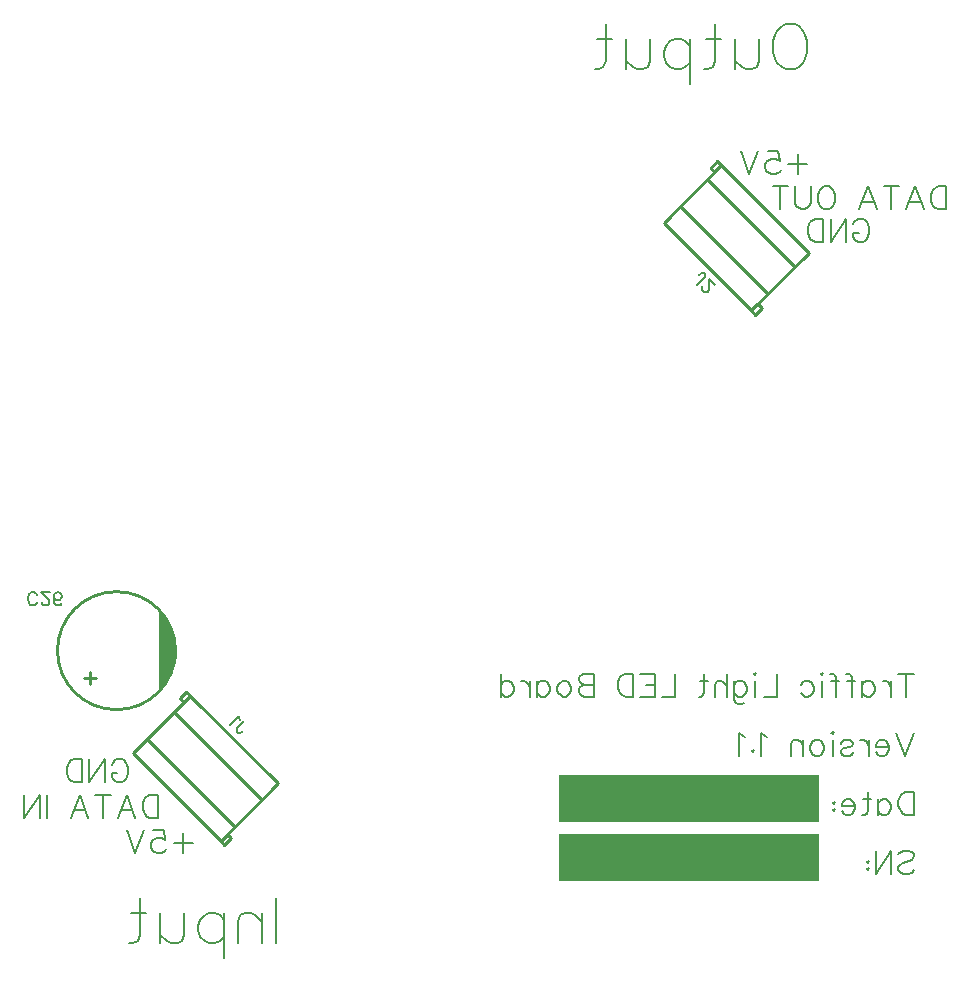
<source format=gbo>
G04 Layer: BottomSilkLayer*
G04 EasyEDA v6.4.25, 2022-01-30T22:18:30+11:00*
G04 a67cddfb3fce44daa9051d46cbbcc19f,10*
G04 Gerber Generator version 0.2*
G04 Scale: 100 percent, Rotated: No, Reflected: No *
G04 Dimensions in millimeters *
G04 leading zeros omitted , absolute positions ,4 integer and 5 decimal *
%FSLAX45Y45*%
%MOMM*%

%ADD10C,0.2540*%
%ADD19C,0.1524*%
%ADD20C,0.2032*%

%LPD*%
D20*
X1211455Y2033864D02*
G01*
X1220690Y2052337D01*
X1239164Y2070811D01*
X1257635Y2080046D01*
X1294582Y2080046D01*
X1313055Y2070811D01*
X1331526Y2052337D01*
X1340764Y2033864D01*
X1349999Y2006155D01*
X1349999Y1959975D01*
X1340764Y1932264D01*
X1331526Y1913793D01*
X1313055Y1895320D01*
X1294582Y1886084D01*
X1257635Y1886084D01*
X1239164Y1895320D01*
X1220690Y1913793D01*
X1211455Y1932264D01*
X1211455Y1959975D01*
X1257635Y1959975D02*
G01*
X1211455Y1959975D01*
X1150495Y2080046D02*
G01*
X1150495Y1886084D01*
X1150495Y2080046D02*
G01*
X1021184Y1886084D01*
X1021184Y2080046D02*
G01*
X1021184Y1886084D01*
X960224Y2080046D02*
G01*
X960224Y1886084D01*
X960224Y2080046D02*
G01*
X895570Y2080046D01*
X867862Y2070811D01*
X849388Y2052337D01*
X840153Y2033864D01*
X830915Y2006155D01*
X830915Y1959975D01*
X840153Y1932264D01*
X849388Y1913793D01*
X867862Y1895320D01*
X895570Y1886084D01*
X960224Y1886084D01*
X1599999Y1780047D02*
G01*
X1599999Y1586085D01*
X1599999Y1780047D02*
G01*
X1535343Y1780047D01*
X1507634Y1770811D01*
X1489163Y1752338D01*
X1479925Y1733864D01*
X1470690Y1706156D01*
X1470690Y1659976D01*
X1479925Y1632264D01*
X1489163Y1613794D01*
X1507634Y1595320D01*
X1535343Y1586085D01*
X1599999Y1586085D01*
X1335839Y1780047D02*
G01*
X1409730Y1586085D01*
X1335839Y1780047D02*
G01*
X1261948Y1586085D01*
X1382021Y1650738D02*
G01*
X1289657Y1650738D01*
X1136335Y1780047D02*
G01*
X1136335Y1586085D01*
X1200988Y1780047D02*
G01*
X1071679Y1780047D01*
X936828Y1780047D02*
G01*
X1010719Y1586085D01*
X936828Y1780047D02*
G01*
X862937Y1586085D01*
X983010Y1650738D02*
G01*
X890645Y1650738D01*
X659737Y1780047D02*
G01*
X659737Y1586085D01*
X598777Y1780047D02*
G01*
X598777Y1586085D01*
X598777Y1780047D02*
G01*
X469468Y1586085D01*
X469468Y1780047D02*
G01*
X469468Y1586085D01*
X1816874Y1452338D02*
G01*
X1816874Y1286085D01*
X1900001Y1369212D02*
G01*
X1733745Y1369212D01*
X1561950Y1480047D02*
G01*
X1654314Y1480047D01*
X1663550Y1396921D01*
X1654314Y1406156D01*
X1626605Y1415394D01*
X1598896Y1415394D01*
X1571185Y1406156D01*
X1552714Y1387685D01*
X1543476Y1359976D01*
X1543476Y1341503D01*
X1552714Y1313794D01*
X1571185Y1295321D01*
X1598896Y1286085D01*
X1626605Y1286085D01*
X1654314Y1295321D01*
X1663550Y1304556D01*
X1672785Y1323030D01*
X1482516Y1480047D02*
G01*
X1408625Y1286085D01*
X1334736Y1480047D02*
G01*
X1408625Y1286085D01*
X2600012Y903648D02*
G01*
X2600012Y521830D01*
X2480012Y776376D02*
G01*
X2480012Y521830D01*
X2480012Y703648D02*
G01*
X2425466Y758192D01*
X2389103Y776376D01*
X2334557Y776376D01*
X2298194Y758192D01*
X2280013Y703648D01*
X2280013Y521830D01*
X2160013Y776376D02*
G01*
X2160013Y394555D01*
X2160013Y721829D02*
G01*
X2123648Y758192D01*
X2087285Y776376D01*
X2032739Y776376D01*
X1996376Y758192D01*
X1960011Y721829D01*
X1941829Y667283D01*
X1941829Y630920D01*
X1960011Y576374D01*
X1996376Y540011D01*
X2032739Y521830D01*
X2087285Y521830D01*
X2123648Y540011D01*
X2160013Y576374D01*
X1821830Y776376D02*
G01*
X1821830Y594558D01*
X1803648Y540011D01*
X1767286Y521830D01*
X1712739Y521830D01*
X1676377Y540011D01*
X1621830Y594558D01*
X1621830Y776376D02*
G01*
X1621830Y521830D01*
X1447284Y903648D02*
G01*
X1447284Y594558D01*
X1429103Y540011D01*
X1392740Y521830D01*
X1356375Y521830D01*
X1501830Y776376D02*
G01*
X1374559Y776376D01*
X6990920Y8303638D02*
G01*
X7027283Y8285457D01*
X7063648Y8249091D01*
X7081829Y8212729D01*
X7100011Y8158182D01*
X7100011Y8067273D01*
X7081829Y8012729D01*
X7063648Y7976364D01*
X7027283Y7940001D01*
X6990920Y7921820D01*
X6918192Y7921820D01*
X6881830Y7940001D01*
X6845465Y7976364D01*
X6827283Y8012729D01*
X6809102Y8067273D01*
X6809102Y8158182D01*
X6827283Y8212729D01*
X6845465Y8249091D01*
X6881830Y8285457D01*
X6918192Y8303638D01*
X6990920Y8303638D01*
X6689102Y8176366D02*
G01*
X6689102Y7994548D01*
X6670921Y7940001D01*
X6634556Y7921820D01*
X6580012Y7921820D01*
X6543647Y7940001D01*
X6489103Y7994548D01*
X6489103Y8176366D02*
G01*
X6489103Y7921820D01*
X6314556Y8303638D02*
G01*
X6314556Y7994548D01*
X6296375Y7940001D01*
X6260010Y7921820D01*
X6223647Y7921820D01*
X6369103Y8176366D02*
G01*
X6241829Y8176366D01*
X6103647Y8176366D02*
G01*
X6103647Y7794546D01*
X6103647Y8121820D02*
G01*
X6067282Y8158182D01*
X6030920Y8176366D01*
X5976373Y8176366D01*
X5940010Y8158182D01*
X5903648Y8121820D01*
X5885464Y8067273D01*
X5885464Y8030911D01*
X5903648Y7976364D01*
X5940010Y7940001D01*
X5976373Y7921820D01*
X6030920Y7921820D01*
X6067282Y7940001D01*
X6103647Y7976364D01*
X5765464Y8176366D02*
G01*
X5765464Y7994548D01*
X5747283Y7940001D01*
X5710920Y7921820D01*
X5656374Y7921820D01*
X5620011Y7940001D01*
X5565465Y7994548D01*
X5565465Y8176366D02*
G01*
X5565465Y7921820D01*
X5390921Y8303638D02*
G01*
X5390921Y7994548D01*
X5372737Y7940001D01*
X5336374Y7921820D01*
X5300012Y7921820D01*
X5445465Y8176366D02*
G01*
X5318193Y8176366D01*
X7486456Y6608864D02*
G01*
X7495692Y6627337D01*
X7514165Y6645810D01*
X7532636Y6655046D01*
X7569583Y6655046D01*
X7588056Y6645810D01*
X7606527Y6627337D01*
X7615765Y6608864D01*
X7625001Y6581155D01*
X7625001Y6534975D01*
X7615765Y6507264D01*
X7606527Y6488793D01*
X7588056Y6470319D01*
X7569583Y6461084D01*
X7532636Y6461084D01*
X7514165Y6470319D01*
X7495692Y6488793D01*
X7486456Y6507264D01*
X7486456Y6534975D01*
X7532636Y6534975D02*
G01*
X7486456Y6534975D01*
X7425496Y6655046D02*
G01*
X7425496Y6461084D01*
X7425496Y6655046D02*
G01*
X7296185Y6461084D01*
X7296185Y6655046D02*
G01*
X7296185Y6461084D01*
X7235225Y6655046D02*
G01*
X7235225Y6461084D01*
X7235225Y6655046D02*
G01*
X7170572Y6655046D01*
X7142863Y6645810D01*
X7124390Y6627337D01*
X7115154Y6608864D01*
X7105916Y6581155D01*
X7105916Y6534975D01*
X7115154Y6507264D01*
X7124390Y6488793D01*
X7142863Y6470319D01*
X7170572Y6461084D01*
X7235225Y6461084D01*
X8274999Y6930047D02*
G01*
X8274999Y6736085D01*
X8274999Y6930047D02*
G01*
X8210344Y6930047D01*
X8182635Y6920811D01*
X8164164Y6902338D01*
X8154926Y6883864D01*
X8145691Y6856155D01*
X8145691Y6809976D01*
X8154926Y6782264D01*
X8164164Y6763793D01*
X8182635Y6745320D01*
X8210344Y6736085D01*
X8274999Y6736085D01*
X8010839Y6930047D02*
G01*
X8084731Y6736085D01*
X8010839Y6930047D02*
G01*
X7936948Y6736085D01*
X8057022Y6800738D02*
G01*
X7964657Y6800738D01*
X7811335Y6930047D02*
G01*
X7811335Y6736085D01*
X7875988Y6930047D02*
G01*
X7746679Y6930047D01*
X7611828Y6930047D02*
G01*
X7685719Y6736085D01*
X7611828Y6930047D02*
G01*
X7537937Y6736085D01*
X7658011Y6800738D02*
G01*
X7565646Y6800738D01*
X7279319Y6930047D02*
G01*
X7297793Y6920811D01*
X7316264Y6902338D01*
X7325502Y6883864D01*
X7334737Y6856155D01*
X7334737Y6809976D01*
X7325502Y6782264D01*
X7316264Y6763793D01*
X7297793Y6745320D01*
X7279319Y6736085D01*
X7242375Y6736085D01*
X7223902Y6745320D01*
X7205428Y6763793D01*
X7196193Y6782264D01*
X7186955Y6809976D01*
X7186955Y6856155D01*
X7196193Y6883864D01*
X7205428Y6902338D01*
X7223902Y6920811D01*
X7242375Y6930047D01*
X7279319Y6930047D01*
X7125995Y6930047D02*
G01*
X7125995Y6791502D01*
X7116759Y6763793D01*
X7098286Y6745320D01*
X7070577Y6736085D01*
X7052104Y6736085D01*
X7024395Y6745320D01*
X7005924Y6763793D01*
X6996686Y6791502D01*
X6996686Y6930047D01*
X6871073Y6930047D02*
G01*
X6871073Y6736085D01*
X6935726Y6930047D02*
G01*
X6806417Y6930047D01*
X7016874Y7202337D02*
G01*
X7016874Y7036084D01*
X7100001Y7119211D02*
G01*
X6933745Y7119211D01*
X6761949Y7230046D02*
G01*
X6854314Y7230046D01*
X6863549Y7146919D01*
X6854314Y7156155D01*
X6826605Y7165393D01*
X6798896Y7165393D01*
X6771185Y7156155D01*
X6752714Y7137684D01*
X6743476Y7109975D01*
X6743476Y7091502D01*
X6752714Y7063793D01*
X6771185Y7045319D01*
X6798896Y7036084D01*
X6826605Y7036084D01*
X6854314Y7045319D01*
X6863549Y7054555D01*
X6872785Y7073028D01*
X6682516Y7230046D02*
G01*
X6608625Y7036084D01*
X6534736Y7230046D02*
G01*
X6608625Y7036084D01*
X7935343Y2805046D02*
G01*
X7935343Y2611084D01*
X7999999Y2805046D02*
G01*
X7870690Y2805046D01*
X7809730Y2740393D02*
G01*
X7809730Y2611084D01*
X7809730Y2684975D02*
G01*
X7800494Y2712684D01*
X7782021Y2731155D01*
X7763548Y2740393D01*
X7735839Y2740393D01*
X7564043Y2740393D02*
G01*
X7564043Y2611084D01*
X7564043Y2712684D02*
G01*
X7582514Y2731155D01*
X7600988Y2740393D01*
X7628696Y2740393D01*
X7647170Y2731155D01*
X7665643Y2712684D01*
X7674879Y2684975D01*
X7674879Y2666502D01*
X7665643Y2638793D01*
X7647170Y2620319D01*
X7628696Y2611084D01*
X7600988Y2611084D01*
X7582514Y2620319D01*
X7564043Y2638793D01*
X7429192Y2805046D02*
G01*
X7447663Y2805046D01*
X7466136Y2795811D01*
X7475374Y2768102D01*
X7475374Y2611084D01*
X7503083Y2740393D02*
G01*
X7438428Y2740393D01*
X7294341Y2805046D02*
G01*
X7312814Y2805046D01*
X7331285Y2795811D01*
X7340523Y2768102D01*
X7340523Y2611084D01*
X7368232Y2740393D02*
G01*
X7303576Y2740393D01*
X7233381Y2805046D02*
G01*
X7224143Y2795811D01*
X7214908Y2805046D01*
X7224143Y2814284D01*
X7233381Y2805046D01*
X7224143Y2740393D02*
G01*
X7224143Y2611084D01*
X7043112Y2712684D02*
G01*
X7061583Y2731155D01*
X7080056Y2740393D01*
X7107765Y2740393D01*
X7126239Y2731155D01*
X7144712Y2712684D01*
X7153948Y2684975D01*
X7153948Y2666502D01*
X7144712Y2638793D01*
X7126239Y2620319D01*
X7107765Y2611084D01*
X7080056Y2611084D01*
X7061583Y2620319D01*
X7043112Y2638793D01*
X6839912Y2805046D02*
G01*
X6839912Y2611084D01*
X6839912Y2611084D02*
G01*
X6729074Y2611084D01*
X6668114Y2805046D02*
G01*
X6658879Y2795811D01*
X6649643Y2805046D01*
X6658879Y2814284D01*
X6668114Y2805046D01*
X6658879Y2740393D02*
G01*
X6658879Y2611084D01*
X6477845Y2740393D02*
G01*
X6477845Y2592611D01*
X6487083Y2564902D01*
X6496319Y2555664D01*
X6514792Y2546428D01*
X6542501Y2546428D01*
X6560974Y2555664D01*
X6477845Y2712684D02*
G01*
X6496319Y2731155D01*
X6514792Y2740393D01*
X6542501Y2740393D01*
X6560974Y2731155D01*
X6579445Y2712684D01*
X6588683Y2684975D01*
X6588683Y2666502D01*
X6579445Y2638793D01*
X6560974Y2620319D01*
X6542501Y2611084D01*
X6514792Y2611084D01*
X6496319Y2620319D01*
X6477845Y2638793D01*
X6416885Y2805046D02*
G01*
X6416885Y2611084D01*
X6416885Y2703446D02*
G01*
X6389176Y2731155D01*
X6370703Y2740393D01*
X6342994Y2740393D01*
X6324523Y2731155D01*
X6315285Y2703446D01*
X6315285Y2611084D01*
X6226616Y2805046D02*
G01*
X6226616Y2648028D01*
X6217381Y2620319D01*
X6198908Y2611084D01*
X6180434Y2611084D01*
X6254325Y2740393D02*
G01*
X6189672Y2740393D01*
X5977234Y2805046D02*
G01*
X5977234Y2611084D01*
X5977234Y2611084D02*
G01*
X5866399Y2611084D01*
X5805439Y2805046D02*
G01*
X5805439Y2611084D01*
X5805439Y2805046D02*
G01*
X5685365Y2805046D01*
X5805439Y2712684D02*
G01*
X5731548Y2712684D01*
X5805439Y2611084D02*
G01*
X5685365Y2611084D01*
X5624405Y2805046D02*
G01*
X5624405Y2611084D01*
X5624405Y2805046D02*
G01*
X5559752Y2805046D01*
X5532043Y2795811D01*
X5513570Y2777337D01*
X5504334Y2758864D01*
X5495096Y2731155D01*
X5495096Y2684975D01*
X5504334Y2657264D01*
X5513570Y2638793D01*
X5532043Y2620319D01*
X5559752Y2611084D01*
X5624405Y2611084D01*
X5291896Y2805046D02*
G01*
X5291896Y2611084D01*
X5291896Y2805046D02*
G01*
X5208770Y2805046D01*
X5181061Y2795811D01*
X5171823Y2786575D01*
X5162588Y2768102D01*
X5162588Y2749628D01*
X5171823Y2731155D01*
X5181061Y2721919D01*
X5208770Y2712684D01*
X5291896Y2712684D02*
G01*
X5208770Y2712684D01*
X5181061Y2703446D01*
X5171823Y2694211D01*
X5162588Y2675737D01*
X5162588Y2648028D01*
X5171823Y2629555D01*
X5181061Y2620319D01*
X5208770Y2611084D01*
X5291896Y2611084D01*
X5055445Y2740393D02*
G01*
X5073919Y2731155D01*
X5092392Y2712684D01*
X5101628Y2684975D01*
X5101628Y2666502D01*
X5092392Y2638793D01*
X5073919Y2620319D01*
X5055445Y2611084D01*
X5027736Y2611084D01*
X5009263Y2620319D01*
X4990792Y2638793D01*
X4981554Y2666502D01*
X4981554Y2684975D01*
X4990792Y2712684D01*
X5009263Y2731155D01*
X5027736Y2740393D01*
X5055445Y2740393D01*
X4809759Y2740393D02*
G01*
X4809759Y2611084D01*
X4809759Y2712684D02*
G01*
X4828232Y2731155D01*
X4846703Y2740393D01*
X4874414Y2740393D01*
X4892885Y2731155D01*
X4911359Y2712684D01*
X4920594Y2684975D01*
X4920594Y2666502D01*
X4911359Y2638793D01*
X4892885Y2620319D01*
X4874414Y2611084D01*
X4846703Y2611084D01*
X4828232Y2620319D01*
X4809759Y2638793D01*
X4748799Y2740393D02*
G01*
X4748799Y2611084D01*
X4748799Y2684975D02*
G01*
X4739563Y2712684D01*
X4721090Y2731155D01*
X4702616Y2740393D01*
X4674908Y2740393D01*
X4503112Y2805046D02*
G01*
X4503112Y2611084D01*
X4503112Y2712684D02*
G01*
X4521583Y2731155D01*
X4540056Y2740393D01*
X4567765Y2740393D01*
X4586239Y2731155D01*
X4604712Y2712684D01*
X4613948Y2684975D01*
X4613948Y2666502D01*
X4604712Y2638793D01*
X4586239Y2620319D01*
X4567765Y2611084D01*
X4540056Y2611084D01*
X4521583Y2620319D01*
X4503112Y2638793D01*
X8000009Y2305042D02*
G01*
X7926118Y2111080D01*
X7852227Y2305042D02*
G01*
X7926118Y2111080D01*
X7791267Y2184971D02*
G01*
X7680431Y2184971D01*
X7680431Y2203442D01*
X7689667Y2221915D01*
X7698905Y2231151D01*
X7717375Y2240389D01*
X7745084Y2240389D01*
X7763558Y2231151D01*
X7782031Y2212680D01*
X7791267Y2184971D01*
X7791267Y2166498D01*
X7782031Y2138789D01*
X7763558Y2120315D01*
X7745084Y2111080D01*
X7717375Y2111080D01*
X7698905Y2120315D01*
X7680431Y2138789D01*
X7619471Y2240389D02*
G01*
X7619471Y2111080D01*
X7619471Y2184971D02*
G01*
X7610233Y2212680D01*
X7591762Y2231151D01*
X7573289Y2240389D01*
X7545580Y2240389D01*
X7383020Y2212680D02*
G01*
X7392255Y2231151D01*
X7419964Y2240389D01*
X7447673Y2240389D01*
X7475385Y2231151D01*
X7484620Y2212680D01*
X7475385Y2194206D01*
X7456911Y2184971D01*
X7410729Y2175733D01*
X7392255Y2166498D01*
X7383020Y2148024D01*
X7383020Y2138789D01*
X7392255Y2120315D01*
X7419964Y2111080D01*
X7447673Y2111080D01*
X7475385Y2120315D01*
X7484620Y2138789D01*
X7322060Y2305042D02*
G01*
X7312825Y2295806D01*
X7303587Y2305042D01*
X7312825Y2314280D01*
X7322060Y2305042D01*
X7312825Y2240389D02*
G01*
X7312825Y2111080D01*
X7196444Y2240389D02*
G01*
X7214918Y2231151D01*
X7233391Y2212680D01*
X7242627Y2184971D01*
X7242627Y2166498D01*
X7233391Y2138789D01*
X7214918Y2120315D01*
X7196444Y2111080D01*
X7168735Y2111080D01*
X7150265Y2120315D01*
X7131791Y2138789D01*
X7122553Y2166498D01*
X7122553Y2184971D01*
X7131791Y2212680D01*
X7150265Y2231151D01*
X7168735Y2240389D01*
X7196444Y2240389D01*
X7061593Y2240389D02*
G01*
X7061593Y2111080D01*
X7061593Y2203442D02*
G01*
X7033884Y2231151D01*
X7015413Y2240389D01*
X6987705Y2240389D01*
X6969231Y2231151D01*
X6959993Y2203442D01*
X6959993Y2111080D01*
X6756793Y2268098D02*
G01*
X6738322Y2277333D01*
X6710613Y2305042D01*
X6710613Y2111080D01*
X6640415Y2157260D02*
G01*
X6649653Y2148024D01*
X6640415Y2138789D01*
X6631180Y2148024D01*
X6640415Y2157260D01*
X6570220Y2268098D02*
G01*
X6551747Y2277333D01*
X6524038Y2305042D01*
X6524038Y2111080D01*
X7999999Y1805045D02*
G01*
X7999999Y1611083D01*
X7999999Y1805045D02*
G01*
X7935343Y1805045D01*
X7907634Y1795810D01*
X7889163Y1777337D01*
X7879925Y1758863D01*
X7870690Y1731154D01*
X7870690Y1684975D01*
X7879925Y1657263D01*
X7889163Y1638792D01*
X7907634Y1620319D01*
X7935343Y1611083D01*
X7999999Y1611083D01*
X7698894Y1740392D02*
G01*
X7698894Y1611083D01*
X7698894Y1712683D02*
G01*
X7717365Y1731154D01*
X7735839Y1740392D01*
X7763548Y1740392D01*
X7782021Y1731154D01*
X7800494Y1712683D01*
X7809730Y1684975D01*
X7809730Y1666501D01*
X7800494Y1638792D01*
X7782021Y1620319D01*
X7763548Y1611083D01*
X7735839Y1611083D01*
X7717365Y1620319D01*
X7698894Y1638792D01*
X7610223Y1805045D02*
G01*
X7610223Y1648028D01*
X7600988Y1620319D01*
X7582514Y1611083D01*
X7564043Y1611083D01*
X7637934Y1740392D02*
G01*
X7573279Y1740392D01*
X7503083Y1684975D02*
G01*
X7392245Y1684975D01*
X7392245Y1703445D01*
X7401483Y1721919D01*
X7410719Y1731154D01*
X7429192Y1740392D01*
X7456901Y1740392D01*
X7475374Y1731154D01*
X7493845Y1712683D01*
X7503083Y1684975D01*
X7503083Y1666501D01*
X7493845Y1638792D01*
X7475374Y1620319D01*
X7456901Y1611083D01*
X7429192Y1611083D01*
X7410719Y1620319D01*
X7392245Y1638792D01*
X7322050Y1721919D02*
G01*
X7331285Y1712683D01*
X7322050Y1703445D01*
X7312814Y1712683D01*
X7322050Y1721919D01*
X7322050Y1657263D02*
G01*
X7331285Y1648028D01*
X7322050Y1638792D01*
X7312814Y1648028D01*
X7322050Y1657263D01*
X7870690Y1277338D02*
G01*
X7889163Y1295811D01*
X7916872Y1305046D01*
X7953816Y1305046D01*
X7981525Y1295811D01*
X7999999Y1277338D01*
X7999999Y1258864D01*
X7990763Y1240393D01*
X7981525Y1231155D01*
X7963054Y1221920D01*
X7907634Y1203446D01*
X7889163Y1194211D01*
X7879925Y1184976D01*
X7870690Y1166502D01*
X7870690Y1138793D01*
X7889163Y1120320D01*
X7916872Y1111084D01*
X7953816Y1111084D01*
X7981525Y1120320D01*
X7999999Y1138793D01*
X7809730Y1305046D02*
G01*
X7809730Y1111084D01*
X7809730Y1305046D02*
G01*
X7680421Y1111084D01*
X7680421Y1305046D02*
G01*
X7680421Y1111084D01*
X7610223Y1221920D02*
G01*
X7619461Y1212684D01*
X7610223Y1203446D01*
X7600988Y1212684D01*
X7610223Y1221920D01*
X7610223Y1157264D02*
G01*
X7619461Y1148029D01*
X7610223Y1138793D01*
X7600988Y1148029D01*
X7610223Y1157264D01*
D19*
X577989Y3410572D02*
G01*
X572655Y3400158D01*
X562241Y3389744D01*
X552081Y3384664D01*
X531253Y3384664D01*
X520839Y3389744D01*
X510425Y3400158D01*
X505091Y3410572D01*
X500011Y3426320D01*
X500011Y3452228D01*
X505091Y3467722D01*
X510425Y3478136D01*
X520839Y3488550D01*
X531253Y3493632D01*
X552081Y3493630D01*
X562241Y3488550D01*
X572655Y3478136D01*
X577989Y3467722D01*
X617359Y3410572D02*
G01*
X617359Y3405492D01*
X622693Y3395078D01*
X627773Y3389744D01*
X638187Y3384664D01*
X659015Y3384664D01*
X669429Y3389741D01*
X674509Y3395078D01*
X679843Y3405492D01*
X679843Y3415906D01*
X674509Y3426320D01*
X664095Y3441814D01*
X612279Y3493630D01*
X684921Y3493630D01*
X781697Y3400158D02*
G01*
X776363Y3389744D01*
X760869Y3384664D01*
X750455Y3384664D01*
X734961Y3389744D01*
X724547Y3405492D01*
X719213Y3431400D01*
X719213Y3457308D01*
X724547Y3478136D01*
X734959Y3488550D01*
X750455Y3493630D01*
X755535Y3493630D01*
X771283Y3488550D01*
X781697Y3478136D01*
X786777Y3462642D01*
X786777Y3457308D01*
X781697Y3441814D01*
X771283Y3431400D01*
X755535Y3426320D01*
X750455Y3426320D01*
X734959Y3431400D01*
X724547Y3441814D01*
X719213Y3457308D01*
X2332281Y2405745D02*
G01*
X2273371Y2346835D01*
X2266185Y2332108D01*
X2266005Y2324745D01*
X2269777Y2313787D01*
X2277143Y2306424D01*
X2288098Y2302652D01*
X2295461Y2302832D01*
X2310188Y2310015D01*
X2317551Y2317381D01*
X2293307Y2415265D02*
G01*
X2289535Y2426220D01*
X2289713Y2448313D01*
X2212484Y2371082D01*
X6167899Y6094328D02*
G01*
X6226629Y6153061D01*
X6233815Y6167788D01*
X6233995Y6175151D01*
X6230223Y6186109D01*
X6222860Y6193472D01*
X6211902Y6197244D01*
X6204539Y6197064D01*
X6189812Y6189878D01*
X6182448Y6182514D01*
X6214059Y6084811D02*
G01*
X6210467Y6081219D01*
X6206873Y6070081D01*
X6206695Y6062718D01*
X6210467Y6051763D01*
X6225194Y6037036D01*
X6236149Y6033264D01*
X6243513Y6033442D01*
X6254648Y6037036D01*
X6261834Y6044219D01*
X6265425Y6055354D01*
X6269197Y6073853D01*
X6269197Y6147132D01*
X6320563Y6095766D01*
G36*
X4999990Y1950008D02*
G01*
X4999990Y1550009D01*
X7199985Y1550009D01*
X7199985Y1950008D01*
G37*
G36*
X4999990Y1449984D02*
G01*
X4999990Y1049985D01*
X7199985Y1049985D01*
X7199985Y1449984D01*
G37*
G36*
X1605584Y3355594D02*
G01*
X1605584Y2644394D01*
X1732584Y2847594D01*
X1757984Y2949194D01*
X1732584Y3101594D01*
X1681784Y3253994D01*
G37*
D10*
X970600Y2771399D02*
G01*
X1072200Y2771399D01*
X1021400Y2720599D02*
G01*
X1021400Y2822199D01*
X2618734Y1876242D02*
G01*
X1876272Y2618704D01*
X2618734Y1876244D02*
G01*
X2130828Y1388341D01*
X1876275Y2618704D02*
G01*
X1388371Y2130798D01*
X2130828Y1388341D02*
G01*
X1388371Y2130798D01*
X2477678Y1735190D02*
G01*
X1735221Y2477648D01*
X2251509Y1509019D02*
G01*
X1509052Y2251478D01*
X2130828Y1388341D02*
G01*
X2162652Y1356517D01*
X2219223Y1413088D01*
X2187399Y1444909D01*
X1872739Y2622240D02*
G01*
X1840915Y2654061D01*
X1784344Y2597492D01*
X1816168Y2565669D01*
X5881400Y6623867D02*
G01*
X6623862Y5881405D01*
X5881400Y6623865D02*
G01*
X6369306Y7111768D01*
X6623860Y5881405D02*
G01*
X7111763Y6369311D01*
X6369306Y7111768D02*
G01*
X7111763Y6369311D01*
X6022456Y6764919D02*
G01*
X6764914Y6022461D01*
X6248626Y6991090D02*
G01*
X6991083Y6248631D01*
X6369306Y7111768D02*
G01*
X6337482Y7143592D01*
X6280911Y7087021D01*
X6312735Y7055200D01*
X6627395Y5877869D02*
G01*
X6659219Y5846048D01*
X6715790Y5902617D01*
X6683966Y5934440D01*
G75*
G01
X1749882Y2999994D02*
G03X1749882Y2999994I-499872J0D01*
M02*

</source>
